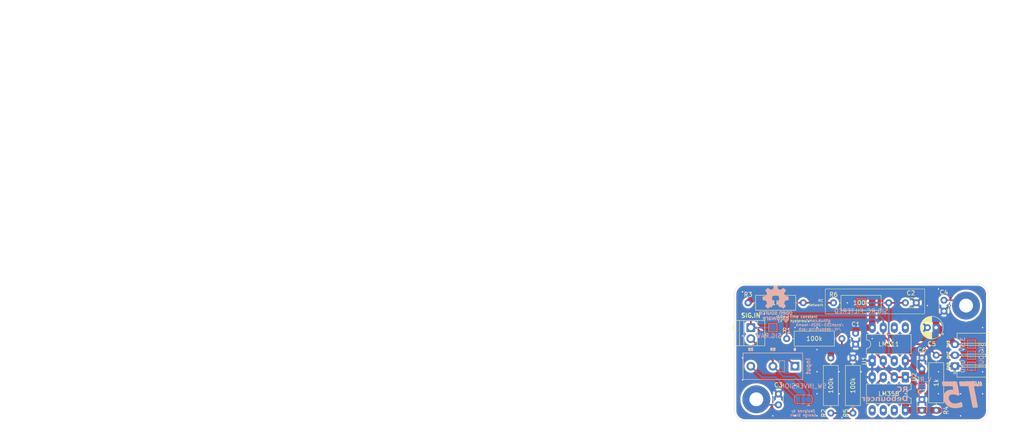
<source format=kicad_pcb>
(kicad_pcb (version 20241229) (generator "pcbnew") (generator_version "9.0")
  (title_block (title "RC Debouncer") (date "2025-07-04") (rev "v1.0.0") (company "Team 5") (comment 1 "George Sleen"))
  (layers (0 "F.Cu" signal) (2 "B.Cu" signal) (13 "F.Paste" user) (15 "B.Paste" user) (5 "F.SilkS" user "F.Silkscreen") (7 "B.SilkS" user "B.Silkscreen") (1 "F.Mask" user) (3 "B.Mask" user) (25 "Edge.Cuts" user))
  (net 0 "")
  (net 1 "+3.3V")
  (net 2 "GND")
  (net 3 "Net-(U1--)")
  (net 4 "Net-(C3-Pad1)")
  (net 5 "Net-(C4-Pad1)")
  (net 6 "/SIG.OUT")
  (net 7 "Net-(JP1-B)")
  (net 8 "Net-(U1-+)")
  (net 11 "Net-(J2-Pin_2)")
  (net 12 "Net-(J2-Pin_1)")
  (net 13 "Net-(U2A-+)")
  (footprint "Capacitor_THT:C_Disc_D3.0mm_W2.0mm_P2.50mm" (layer "F.Cu") (at 222.25 95.29 -90)
    (property "Reference" "C1" (at -2.072 0 180) (layer "F.SilkS"))
    (property "Value" "100nF")
    (pad "1" thru_hole circle (at 0 0 270) (size 1.6 1.6) (drill 0.8) (layers "*.Cu" "*.Mask") (net 1 "+3.3V"))
    (pad "2" thru_hole circle (at 2.5 0 270) (size 1.6 1.6) (drill 0.8) (layers "*.Cu" "*.Mask") (net 2 "GND"))
  )
  (footprint "Resistor_THT:R_Axial_DIN0309_L9.0mm_D3.2mm_P12.70mm_Horizontal" (layer "F.Cu") (at 217.15 88.265)
    (property "Reference" "R6" (at 0 -1.905 0) (layer "F.SilkS"))
    (property "Value" "100k" (at 6.35 0 0) (layer "F.SilkS"))
    (pad "1" thru_hole circle (at 0 0) (size 1.6 1.6) (drill 0.8) (layers "*.Cu" "*.Mask") (net 12 "Net-(J2-Pin_1)"))
    (pad "2" thru_hole circle (at 12.7 0) (size 1.6 1.6) (drill 0.8) (layers "*.Cu" "*.Mask") (net 3 "Net-(U1--)"))
  )
  (footprint "Capacitor_THT:C_Disc_D3.0mm_W2.0mm_P2.50mm" (layer "F.Cu") (at 233.7 88.265)
    (property "Reference" "C2" (at 1.25 -2.25 0) (layer "F.SilkS"))
    (property "Value" "100nF")
    (pad "1" thru_hole circle (at 0 0) (size 1.6 1.6) (drill 0.8) (layers "*.Cu" "*.Mask") (net 3 "Net-(U1--)"))
    (pad "2" thru_hole circle (at 2.5 0) (size 1.6 1.6) (drill 0.8) (layers "*.Cu" "*.Mask") (net 2 "GND"))
  )
  (footprint "MountingHole:MountingHole_3.2mm_M3_Pad" (layer "F.Cu") (at 247.65 88.9)
    (property "Reference" "H2" (hide yes))
    (property "Value" "M3_PTH")
    (pad "1" thru_hole circle (at 0 0) (size 6.4 6.4) (drill 3.2) (layers "*.Cu" "*.Mask") (net 5 "Net-(C4-Pad1)"))
  )
  (footprint "Capacitor_THT:C_Disc_D3.0mm_W2.0mm_P2.50mm" (layer "F.Cu") (at 237.49 113.03 90)
    (property "Reference" "C7" (at 4.191 0 180) (layer "F.SilkS"))
    (property "Value" "100nF")
    (pad "1" thru_hole circle (at 0 0 90) (size 1.6 1.6) (drill 0.8) (layers "*.Cu" "*.Mask") (net 1 "+3.3V"))
    (pad "2" thru_hole circle (at 2.5 0 90) (size 1.6 1.6) (drill 0.8) (layers "*.Cu" "*.Mask") (net 2 "GND"))
  )
  (footprint "Package_DIP:DIP-8_W7.62mm_LongPads" (layer "F.Cu") (at 226.06 101.6 90)
    (property "Reference" "U1" (at 0 -1.778 270) (layer "F.SilkS"))
    (property "Value" "LM311" (at 3.81 3.81 180) (layer "F.SilkS"))
    (pad "1" thru_hole roundrect (at 0 0 90) (size 2.4 1.6) (drill 0.8) (layers "*.Cu" "*.Mask") (roundrect_rratio 0.15625) (net 2 "GND"))
    (pad "2" thru_hole oval (at 0 2.54 90) (size 2.4 1.6) (drill 0.8) (layers "*.Cu" "*.Mask") (net 8 "Net-(U1-+)"))
    (pad "3" thru_hole oval (at 0 5.08 90) (size 2.4 1.6) (drill 0.8) (layers "*.Cu" "*.Mask") (net 3 "Net-(U1--)"))
    (pad "4" thru_hole oval (at 0 7.62 90) (size 2.4 1.6) (drill 0.8) (layers "*.Cu" "*.Mask") (net 2 "GND"))
    (pad "5" thru_hole oval (at 7.62 7.62 90) (size 2.4 1.6) (drill 0.8) (layers "*.Cu" "*.Mask"))
    (pad "6" thru_hole oval (at 7.62 5.08 90) (size 2.4 1.6) (drill 0.8) (layers "*.Cu" "*.Mask"))
    (pad "7" thru_hole oval (at 7.62 2.54 90) (size 2.4 1.6) (drill 0.8) (layers "*.Cu" "*.Mask") (net 6 "/SIG.OUT"))
    (pad "8" thru_hole oval (at 7.62 0 90) (size 2.4 1.6) (drill 0.8) (layers "*.Cu" "*.Mask") (net 1 "+3.3V"))
  )
  (footprint "Capacitor_THT:C_Disc_D3.0mm_W2.0mm_P2.50mm" (layer "F.Cu") (at 204.47 111.76 90)
    (property "Reference" "C3" (at 4.572 0 180) (layer "F.SilkS"))
    (property "Value" "100nF")
    (pad "1" thru_hole circle (at 0 0 90) (size 1.6 1.6) (drill 0.8) (layers "*.Cu" "*.Mask") (net 4 "Net-(C3-Pad1)"))
    (pad "2" thru_hole circle (at 2.5 0 90) (size 1.6 1.6) (drill 0.8) (layers "*.Cu" "*.Mask") (net 2 "GND"))
  )
  (footprint "Resistor_THT:R_Axial_DIN0309_L9.0mm_D3.2mm_P12.70mm_Horizontal" (layer "F.Cu") (at 221.615 100.965 -90)
    (property "Reference" "R5" (at 12.7 1.651 90) (layer "F.SilkS"))
    (property "Value" "100k" (at 6.35 0 90) (layer "F.SilkS"))
    (pad "1" thru_hole circle (at 0 0 270) (size 1.6 1.6) (drill 0.8) (layers "*.Cu" "*.Mask") (net 2 "GND"))
    (pad "2" thru_hole circle (at 12.7 0 270) (size 1.6 1.6) (drill 0.8) (layers "*.Cu" "*.Mask") (net 13 "Net-(U2A-+)"))
  )
  (footprint "Capacitor_THT:C_Disc_D3.0mm_W2.0mm_P2.50mm" (layer "F.Cu") (at 242.57 87.67 -90)
    (property "Reference" "C4" (at -1.818 0 180) (layer "F.SilkS"))
    (property "Value" "100nF")
    (pad "1" thru_hole circle (at 0 0 270) (size 1.6 1.6) (drill 0.8) (layers "*.Cu" "*.Mask") (net 5 "Net-(C4-Pad1)"))
    (pad "2" thru_hole circle (at 2.5 0 270) (size 1.6 1.6) (drill 0.8) (layers "*.Cu" "*.Mask") (net 2 "GND"))
  )
  (footprint "Resistor_THT:R_Axial_DIN0309_L9.0mm_D3.2mm_P12.70mm_Horizontal" (layer "F.Cu") (at 197.485 88.265)
    (property "Reference" "R3" (at 0 -1.905 0) (layer "F.SilkS"))
    (property "Value" "1k" (at 6.35 0 0) (layer "F.SilkS"))
    (pad "1" thru_hole circle (at 0 0) (size 1.6 1.6) (drill 0.8) (layers "*.Cu" "*.Mask") (net 1 "+3.3V"))
    (pad "2" thru_hole circle (at 12.7 0) (size 1.6 1.6) (drill 0.8) (layers "*.Cu" "*.Mask") (net 12 "Net-(J2-Pin_1)"))
  )
  (footprint "Package_DIP:DIP-8_W7.62mm_LongPads" (layer "F.Cu") (at 233.68 105.41 -90)
    (property "Reference" "U2" (at 0 -2.032 90) (layer "F.SilkS"))
    (property "Value" "LM358" (at 3.81 3.81 180) (layer "F.SilkS"))
    (pad "1" thru_hole roundrect (at 0 0 270) (size 2.4 1.6) (drill 0.8) (layers "*.Cu" "*.Mask") (roundrect_rratio 0.15625) (net 8 "Net-(U1-+)"))
    (pad "2" thru_hole oval (at 0 2.54 270) (size 2.4 1.6) (drill 0.8) (layers "*.Cu" "*.Mask") (net 8 "Net-(U1-+)"))
    (pad "3" thru_hole oval (at 0 5.08 270) (size 2.4 1.6) (drill 0.8) (layers "*.Cu" "*.Mask") (net 13 "Net-(U2A-+)"))
    (pad "4" thru_hole oval (at 0 7.62 270) (size 2.4 1.6) (drill 0.8) (layers "*.Cu" "*.Mask") (net 2 "GND"))
    (pad "5" thru_hole oval (at 7.62 7.62 270) (size 2.4 1.6) (drill 0.8) (layers "*.Cu" "*.Mask"))
    (pad "6" thru_hole oval (at 7.62 5.08 270) (size 2.4 1.6) (drill 0.8) (layers "*.Cu" "*.Mask"))
    (pad "7" thru_hole oval (at 7.62 2.54 270) (size 2.4 1.6) (drill 0.8) (layers "*.Cu" "*.Mask"))
    (pad "8" thru_hole oval (at 7.62 0 270) (size 2.4 1.6) (drill 0.8) (layers "*.Cu" "*.Mask") (net 1 "+3.3V"))
  )
  (footprint "Resistor_THT:R_Axial_DIN0309_L9.0mm_D3.2mm_P12.70mm_Horizontal" (layer "F.Cu") (at 240.792 113.03 90)
    (property "Reference" "R4" (at 0 2.286 90) (layer "F.SilkS"))
    (property "Value" "1k" (at 6.35 0 90) (layer "F.SilkS"))
    (pad "1" thru_hole circle (at 0 0 90) (size 1.6 1.6) (drill 0.8) (layers "*.Cu" "*.Mask") (net 1 "+3.3V"))
    (pad "2" thru_hole circle (at 12.7 0 90) (size 1.6 1.6) (drill 0.8) (layers "*.Cu" "*.Mask") (net 6 "/SIG.OUT"))
  )
  (footprint "Resistor_THT:R_Axial_DIN0309_L9.0mm_D3.2mm_P12.70mm_Horizontal" (layer "F.Cu") (at 216.535 113.665 90)
    (property "Reference" "R2" (at 0 -1.651 90) (layer "F.SilkS"))
    (property "Value" "100k" (at 6.35 0 90) (layer "F.SilkS"))
    (pad "1" thru_hole circle (at 0 0 90) (size 1.6 1.6) (drill 0.8) (layers "*.Cu" "*.Mask") (net 13 "Net-(U2A-+)"))
    (pad "2" thru_hole circle (at 12.7 0 90) (size 1.6 1.6) (drill 0.8) (layers "*.Cu" "*.Mask") (net 1 "+3.3V"))
  )
  (footprint "GS_Connectors:JST_XH_S3B-XH-A-1_1x03_P2.50mm_Horizontal" (layer "F.Cu") (at 245.0875 102.83 90)
    (property "Reference" "J1" (hide yes))
    (property "Value" "MCU" (at -4.104 4.091 180) (layer "F.SilkS") (effects (font (thickness 0.2) (bold yes))))
    (pad "1" thru_hole roundrect (at 0 0 90) (size 1.7 1.95) (drill 0.95) (layers "*.Cu" "*.Mask") (roundrect_rratio 0.147059) (net 2 "GND"))
    (pad "2" thru_hole oval (at 2.5 0 90) (size 1.7 1.95) (drill 0.95) (layers "*.Cu" "*.Mask") (net 6 "/SIG.OUT"))
    (pad "3" thru_hole oval (at 5 0 90) (size 1.7 1.95) (drill 0.95) (layers "*.Cu" "*.Mask") (net 1 "+3.3V"))
  )
  (footprint "MountingHole:MountingHole_3.2mm_M3_Pad" (layer "F.Cu") (at 199.39 110.49)
    (property "Reference" "H1" (hide yes))
    (property "Value" "M3_PTH")
    (pad "1" thru_hole circle (at 0 0) (size 6.4 6.4) (drill 3.2) (layers "*.Cu" "*.Mask") (net 4 "Net-(C3-Pad1)"))
  )
  (footprint "Capacitor_THT:CP_Radial_D5.0mm_P2.00mm" (layer "F.Cu") (at 240.76 93.98 180)
    (property "Reference" "C5" (at 1 -3.75 0) (layer "F.SilkS"))
    (property "Value" "10uF")
    (pad "1" thru_hole roundrect (at 0 0 180) (size 1.6 1.6) (drill 0.8) (layers "*.Cu" "*.Mask") (roundrect_rratio 0.15625) (net 1 "+3.3V"))
    (pad "2" thru_hole circle (at 2 0 180) (size 1.6 1.6) (drill 0.8) (layers "*.Cu" "*.Mask") (net 2 "GND"))
  )
  (footprint "TerminalBlock:TerminalBlock_Xinya_XY308-2.54-2P_1x02_P2.54mm_Horizontal" (layer "F.Cu") (at 198.12 93.98 -90)
    (property "Reference" "J2" (hide yes))
    (property "Value" "SIG.IN" (at -2.794 0 180) (layer "F.SilkS") (effects (font (thickness 0.2) (bold yes))))
    (pad "1" thru_hole roundrect (at 0 0 270) (size 2 2) (drill 1.2) (layers "*.Cu" "*.Mask") (roundrect_rratio 0.125) (net 12 "Net-(J2-Pin_1)"))
    (pad "2" thru_hole circle (at 2.54 0 270) (size 2 2) (drill 1.2) (layers "*.Cu" "*.Mask") (net 11 "Net-(J2-Pin_2)"))
  )
  (footprint "Resistor_THT:R_Axial_DIN0309_L9.0mm_D3.2mm_P12.70mm_Horizontal" (layer "F.Cu") (at 206.375 96.52)
    (property "Reference" "R1" (at 0 -1.905 0) (layer "F.SilkS"))
    (property "Value" "100k" (at 6.35 0 0) (layer "F.SilkS"))
    (pad "1" thru_hole circle (at 0 0) (size 1.6 1.6) (drill 0.8) (layers "*.Cu" "*.Mask") (net 6 "/SIG.OUT"))
    (pad "2" thru_hole circle (at 12.7 0) (size 1.6 1.6) (drill 0.8) (layers "*.Cu" "*.Mask") (net 8 "Net-(U1-+)"))
  )
  (footprint "Capacitor_THT:C_Disc_D3.0mm_W2.0mm_P2.50mm" (layer "F.Cu") (at 237.49 103.465 90)
    (property "Reference" "C6" (at 4.278 0 180) (layer "F.SilkS"))
    (property "Value" "100nF")
    (pad "1" thru_hole circle (at 0 0 90) (size 1.6 1.6) (drill 0.8) (layers "*.Cu" "*.Mask") (net 1 "+3.3V"))
    (pad "2" thru_hole circle (at 2.5 0 90) (size 1.6 1.6) (drill 0.8) (layers "*.Cu" "*.Mask") (net 2 "GND"))
  )
  (footprint "TestPoint:TestPoint_Pad_1.5x1.5mm" (layer "B.Cu") (at 248.92 100.33 180)
    (property "Reference" "TP6" (hide yes))
    (property "Value" "SIG.OUT" (at -2.286 0 90) (layer "B.SilkS") (effects (justify mirror)))
    (pad "1" smd rect (at 0 0 180) (size 1.5 1.5) (layers "B.Cu" "B.Mask") (net 6 "/SIG.OUT"))
  )
  (footprint "TestPoint:TestPoint_Pad_1.5x1.5mm" (layer "B.Cu") (at 203.2 93.98 180)
    (property "Reference" "TP4" (hide yes))
    (property "Value" "SIG.RAW" (at 0.95 -1.905 0) (layer "B.SilkS") (effects (justify mirror)))
    (pad "1" smd rect (at 0 0 180) (size 1.5 1.5) (layers "B.Cu" "B.Mask") (net 12 "Net-(J2-Pin_1)"))
  )
  (footprint "TestPoint:TestPoint_Pad_1.5x1.5mm" (layer "B.Cu") (at 248.92 102.87 180)
    (property "Reference" "TP2" (hide yes))
    (property "Value" "GND" (at 2.032 0 90) (layer "B.SilkS") (effects (justify mirror)))
    (pad "1" smd rect (at 0 0 180) (size 1.5 1.5) (layers "B.Cu" "B.Mask") (net 2 "GND"))
  )
  (footprint "Symbol:OSHW-Logo_7.5x8mm_SilkScreen" (layer "B.Cu") (at 203.835 88.265 180)
    (property "Reference" "REF**" (hide yes))
    (property "Value" "OSHW-Logo_7.5x8mm_SilkScreen" (hide yes))
  )
  (footprint "GS_Virtual:ENPH253_Logo" (layer "B.Cu") (at 246.38 109.22 180)
    (property "Reference" "S1" (hide yes))
    (property "Value" "Logo" (hide yes))
  )
  (footprint "Jumper:SolderJumper-3_P1.3mm_Bridged12_RoundedPad1.0x1.5mm" (layer "B.Cu") (at 210.215 110.49 180)
    (property "Reference" "JP1" (hide yes))
    (property "Value" "SW_INVERSION" (at 0 3.048 180) (layer "B.SilkS") (effects (justify mirror)))
    (fp_poly (pts (xy -0.9 0.3) (xy -0.4 0.3) (xy -0.4 -0.3) (xy -0.9 -0.3)) (fill yes) (layer "B.Cu"))
    (pad "1" smd custom (at -1.3 0 180) (size 1 0.5) (layers "B.Cu" "B.Mask") (net 11 "Net-(J2-Pin_2)") (options (clearance outline) (anchor rect)) (primitives (gr_circle (center 0 -0.25) (end 0.5 -0.25) (width 0) (fill yes)) (gr_circle (center 0 0.25) (end 0.5 0.25) (width 0) (fill yes)) (gr_poly (pts (xy 0.55 -0.75) (xy 0 -0.75) (xy 0 0.75) (xy 0.55 0.75)) (width 0) (fill yes))))
    (pad "2" smd rect (at 0 0 180) (size 1 1.5) (layers "B.Cu" "B.Mask") (net 2 "GND"))
    (pad "3" smd custom (at 1.3 0 180) (size 1 0.5) (layers "B.Cu" "B.Mask") (net 7 "Net-(JP1-B)") (options (clearance outline) (anchor rect)) (primitives (gr_circle (center 0 -0.25) (end 0.5 -0.25) (width 0) (fill yes)) (gr_circle (center 0 0.25) (end 0.5 0.25) (width 0) (fill yes)) (gr_poly (pts (xy 0 -0.75) (xy -0.55 -0.75) (xy -0.55 0.75) (xy 0 0.75)) (width 0) (fill yes))))
  )
  (footprint "TestPoint:TestPoint_Pad_1.5x1.5mm" (layer "B.Cu") (at 237.49 107.95 180)
    (property "Reference" "TP5" (hide yes))
    (property "Value" "V_REF" (at 0 2.032 0) (layer "B.SilkS") (effects (justify mirror)))
    (pad "1" smd rect (at 0 0 180) (size 1.5 1.5) (layers "B.Cu" "B.Mask") (net 8 "Net-(U1-+)"))
  )
  (footprint "TestPoint:TestPoint_Pad_1.5x1.5mm" (layer "B.Cu") (at 248.92 97.79 180)
    (property "Reference" "TP1" (hide yes))
    (property "Value" "3.3V" (at 2.032 0 90) (layer "B.SilkS") (effects (justify mirror)))
    (pad "1" smd rect (at 0 0 180) (size 1.5 1.5) (layers "B.Cu" "B.Mask") (net 1 "+3.3V"))
  )
  (footprint "Button_Switch_THT:SW_XKB_DM1-16UP-1" (layer "B.Cu") (at 208.28 102.87 180)
    (property "Reference" "SW1" (hide yes))
    (property "Value" "Input" (at -3.048 0 90) (layer "B.SilkS") (effects (font (thickness 0.2) (bold yes)) (justify mirror)))
    (fp_text user "NC" (at 10.17581 3.874 0) (layer "B.SilkS") (effects (font (size 0.6 0.6)) (justify mirror)))
    (fp_text user "NO" (at 5.09581 3.874 0) (layer "B.SilkS") (effects (font (size 0.6 0.6)) (justify mirror)))
    (fp_text user "C" (at 0.01581 3.874 0) (layer "B.SilkS") (effects (font (size 0.6 0.6)) (justify mirror)))
    (pad "1" thru_hole rect (at 0 0 180) (size 2 2) (drill 1.1) (layers "*.Cu" "*.Mask") (net 12 "Net-(J2-Pin_1)"))
    (pad "2" thru_hole circle (at 5.08 0 180) (size 2 2) (drill 1.1) (layers "*.Cu" "*.Mask") (net 11 "Net-(J2-Pin_2)"))
    (pad "3" thru_hole circle (at 10.16 0 180) (size 2 2) (drill 1.1) (layers "*.Cu" "*.Mask") (net 7 "Net-(JP1-B)"))
  )
  (footprint "TestPoint:TestPoint_Pad_1.5x1.5mm" (layer "B.Cu") (at 223.52 88.265 180)
    (property "Reference" "TP3" (hide yes))
    (property "Value" "SIG.RC_FILTERED" (at 0 -1.905 0) (layer "B.SilkS") (effects (justify mirror)))
    (pad "1" smd rect (at 0 0 180) (size 1.5 1.5) (layers "B.Cu" "B.Mask") (net 3 "Net-(U1--)"))
  )
  (gr_rect (start 196.342 99.822) (end 210.058 105.918) (stroke (width 0.1)) (fill no) (layer "F.SilkS"))
  (gr_arc (start 252.73 113.07) (mid 251.997767 114.837767) (end 250.23 115.57) (stroke (width 0.05)) (layer "Edge.Cuts"))
  (gr_arc (start 250.23 83.82) (mid 251.997767 84.552233) (end 252.73 86.32) (stroke (width 0.05)) (layer "Edge.Cuts"))
  (gr_arc (start 196.81 115.57) (mid 195.042233 114.837767) (end 194.31 113.07) (stroke (width 0.05)) (layer "Edge.Cuts"))
  (gr_arc (start 194.31 86.32) (mid 195.042233 84.552233) (end 196.81 83.82) (stroke (width 0.05)) (layer "Edge.Cuts"))
  (gr_line (start 250.23 115.57) (end 196.81 115.57) (stroke (width 0.05)) (layer "Edge.Cuts"))
  (gr_line (start 252.73 86.32) (end 252.73 113.07) (stroke (width 0.05)) (layer "Edge.Cuts"))
  (gr_line (start 194.31 113.07) (end 194.31 86.32) (stroke (width 0.05)) (layer "Edge.Cuts"))
  (gr_line (start 196.81 83.82) (end 250.23 83.82) (stroke (width 0.05)) (layer "Edge.Cuts"))
  (gr_text "NC" (at 198.12 98.9838 -0) (layer "F.SilkS") (effects (font (size 0.6 0.6))))
  (gr_text "C" (at 208.28 98.9838 -0) (layer "F.SilkS") (effects (font (size 0.6 0.6))))
  (gr_text "OUT" (at 243.586 100.33 90) (layer "F.SilkS") (effects (font (size 0.6 0.6) (thickness 0.15) (bold yes))))
  (gr_text "GND" (at 243.586 102.87 90) (layer "F.SilkS") (effects (font (size 0.6 0.6) (thickness 0.15) (bold yes))))
  (gr_text "NO" (at 203.2 98.9838 -0) (layer "F.SilkS") (effects (font (size 0.6 0.6))))
  (gr_text "3V3" (at 243.586 97.79 90) (layer "F.SilkS") (effects (font (size 0.6 0.6) (thickness 0.15) (bold yes))))
  (gr_text "10ms time constant\n1V of hysteresis" (at 204.216 91.948 0) (layer "F.SilkS") (effects (font (size 0.6 0.6) (thickness 0.1)) (justify left)))
  (gr_text "RC\nNetwork" (at 214.884 88.265 0) (layer "F.SilkS") (effects (font (size 0.6 0.6) (thickness 0.1)) (justify right)))
  (gr_text "RC\nDebouncer" (at 234.315 111.125 0) (layer "B.SilkS") (effects (font (size 1.25 1.25) (thickness 0.2) (bold yes)) (justify left bottom mirror)))
  (gr_text "github.com\n/enph253-2025-team5\n/rc-debouncing-pcb" (at 213.995 93.345 0) (layer "B.SilkS") (effects (font (size 0.6 0.6) (thickness 0.12) (bold yes)) (justify mirror)))
  (gr_text "Designed by\nGeorge Sleen" (at 210.185 113.665 0) (layer "B.SilkS") (effects (font (size 0.6 0.6) (thickness 0.12) (bold yes) (italic yes)) (justify mirror)))
  (gr_text_box "" (start 215.265 85.09) (end 238.125 90.805) (margins 1.0025 1.0025 1.0025 1.0025) (layer "F.SilkS") (effects (font (size 1 1) (thickness 0.1)) (justify left top)) (border yes) (stroke (width 0.1)))
  (segment (start 233.68 113.03) (end 233.68 111.76) (width 1.5) (layer "F.Cu") (net 1))
  (segment (start 219.075 93.98) (end 226.06 93.98) (width 1.5) (layer "F.Cu") (net 1))
  (segment (start 233.68 113.03) (end 237.49 113.03) (width 1.5) (layer "F.Cu") (net 1))
  (segment (start 216.535 100.965) (end 216.535 96.52) (width 1.5) (layer "F.Cu") (net 1))
  (segment (start 240.76 93.98) (end 240.76 88.36) (width 1.5) (layer "F.Cu") (net 1))
  (segment (start 226.06 93.98) (end 226.06 85.071) (width 1.5) (layer "F.Cu") (net 1))
  (segment (start 237.471 85.071) (end 226.06 85.071) (width 1.5) (layer "F.Cu") (net 1))
  (segment (start 241.3 113.03) (end 237.49 113.03) (width 1.5) (layer "F.Cu") (net 1))
  (segment (start 200.679 85.071) (end 197.485 88.265) (width 1.5) (layer "F.Cu") (net 1))
  (segment (start 222.25 93.98) (end 222.25 95.29) (width 1.5) (layer "F.Cu") (net 1))
  (segment (start 233.68 111.76) (end 237.49 107.95) (width 1.5) (layer "F.Cu") (net 1))
  (segment (start 226.06 85.071) (end 200.679 85.071) (width 1.5) (layer "F.Cu") (net 1))
  (segment (start 216.535 96.52) (end 219.075 93.98) (width 1.5) (layer "F.Cu") (net 1))
  (segment (start 240.76 88.36) (end 237.471 85.071) (width 1.5) (layer "F.Cu") (net 1))
  (segment (start 240.76 93.98) (end 241.2375 93.98) (width 1.5) (layer "F.Cu") (net 1))
  (segment (start 237.49 107.95) (end 237.49 103.465) (width 1.5) (layer "F.Cu") (net 1))
  (segment (start 241.2375 93.98) (end 245.0875 97.83) (width 1.5) (layer "F.Cu") (net 1))
  (segment (start 240.76 93.98) (end 240.76 95.155) (width 1.5) (layer "B.Cu") (net 1))
  (segment (start 235.712 101.687) (end 237.49 103.465) (width 1.5) (layer "B.Cu") (net 1))
  (segment (start 235.712 100.203) (end 235.712 101.687) (width 1.5) (layer "B.Cu") (net 1))
  (segment (start 240.76 95.155) (end 235.712 100.203) (width 1.5) (layer "B.Cu") (net 1))
  (segment (start 248.92 97.79) (end 245.1275 97.79) (width 0.4) (layer "B.Cu") (net 1))
  (via (at 208.28 114.3) (size 0.6) (drill 0.3) (layers "F.Cu" "B.Cu") (net 2))
  (via (at 246.38 109.22) (size 0.6) (drill 0.3) (layers "F.Cu" "B.Cu") (net 2))
  (via (at 226.06 96.52) (size 0.6) (drill 0.3) (layers "F.Cu" "B.Cu") (net 2))
  (via (at 233.68 109.22) (size 0.6) (drill 0.3) (layers "F.Cu" "B.Cu") (net 2))
  (via (at 196.215 106.045) (size 0.6) (drill 0.3) (layers "F.Cu" "B.Cu") (net 2))
  (via (at 213.36 109.22) (size 0.6) (drill 0.3) (layers "F.Cu" "B.Cu") (net 2))
  (via (at 208.28 107.315) (size 0.6) (drill 0.3) (layers "F.Cu" "B.Cu") (net 2))
  (via (at 251.46 109.22) (size 0.6) (drill 0.3) (layers "F.Cu" "B.Cu") (net 2))
  (via (at 196.215 95.885) (size 0.6) (drill 0.3) (layers "F.Cu" "B.Cu") (net 2))
  (via (at 213.36 114.3) (size 0.6) (drill 0.3) (layers "F.Cu" "B.Cu") (net 2))
  (via (at 251.46 104.14) (size 0.6) (drill 0.3) (layers "F.Cu" "B.Cu") (net 2))
  (via (at 238.76 88.9) (size 0.6) (drill 0.3) (layers "F.Cu" "B.Cu") (net 2))
  (via (at 223.52 104.14) (size 0.6) (drill 0.3) (layers "F.Cu" "B.Cu") (net 2))
  (via (at 213.36 104.14) (size 0.6) (drill 0.3) (layers "F.Cu" "B.Cu") (net 2))
  (via (at 196.215 85.725) (size 0.6) (drill 0.3) (layers "F.Cu" "B.Cu") (net 2))
  (via (at 228.6 109.22) (size 0.6) (drill 0.3) (layers "F.Cu" "B.Cu") (net 2))
  (via (at 243.84 88.9) (size 0.6) (drill 0.3) (layers "F.Cu" "B.Cu") (net 2))
  (via (at 241.3 109.22) (size 0.6) (drill 0.3) (layers "F.Cu" "B.Cu") (net 2))
  (via (at 218.44 104.14) (size 0.6) (drill 0.3) (layers "F.Cu" "B.Cu") (net 2))
  (via (at 201.295 90.805) (size 0.6) (drill 0.3) (layers "F.Cu" "B.Cu") (net 2))
  (via (at 241.3 85.09) (size 0.6) (drill 0.3) (layers "F.Cu" "B.Cu") (net 2))
  (via (at 219.075 114.681) (size 0.6) (drill 0.3) (layers "F.Cu" "B.Cu") (net 2))
  (via (at 220.345 88.265) (size 0.6) (drill 0.3) (layers "F.Cu" "B.Cu") (net 2))
  (via (at 246.38 114.3) (size 0.6) (drill 0.3) (layers "F.Cu" "B.Cu") (net 2))
  (via (at 196.215 90.805) (size 0.6) (drill 0.3) (layers "F.Cu" "B.Cu") (net 2))
  (via (at 218.44 109.22) (size 0.6) (drill 0.3) (layers "F.Cu" "B.Cu") (net 2))
  (via (at 196.215 100.965) (size 0.6) (drill 0.3) (layers "F.Cu" "B.Cu") (net 2))
  (via (at 203.2 114.3) (size 0.6) (drill 0.3) (layers "F.Cu" "B.Cu") (net 2))
  (via (at 208.28 93.98) (size 0.6) (drill 0.3) (layers "F.Cu" "B.Cu") (net 2))
  (via (at 213.36 99.06) (size 0.6) (drill 0.3) (layers "F.Cu" "B.Cu") (net 2))
  (via (at 213.36 93.98) (size 0.6) (drill 0.3) (layers "F.Cu" "B.Cu") (net 2))
  (via (at 208.28 99.06) (size 0.6) (drill 0.3) (layers "F.Cu" "B.Cu") (net 2))
  (via (at 251.46 99.06) (size 0.6) (drill 0.3) (layers "F.Cu" "B.Cu") (net 2))
  (via (at 220.98 96.52) (size 0.6) (drill 0.3) (layers "F.Cu" "B.Cu") (net 2))
  (via (at 247.015 99.06) (size 0.6) (drill 0.3) (layers "F.Cu" "B.Cu") (net 2))
  (via (at 241.3 104.14) (size 0.6) (drill 0.3) (layers "F.Cu" "B.Cu") (net 2))
  (via (at 251.46 93.98) (size 0.6) (drill 0.3) (layers "F.Cu" "B.Cu") (net 2))
  (segment (start 245.0875 102.83) (end 248.88 102.83) (width 0.4) (layer "B.Cu") (net 2))
  (segment (start 229.85 88.265) (end 233.7 88.265) (width 0.4) (layer "F.Cu") (net 3))
  (segment (start 229.85 100.31) (end 231.14 101.6) (width 0.4) (layer "B.Cu") (net 3))
  (segment (start 229.85 88.265) (end 229.85 100.31) (width 0.4) (layer "B.Cu") (net 3))
  (segment (start 229.85 88.265) (end 223.52 88.265) (width 0.4) (layer "B.Cu") (net 3))
  (segment (start 204.47 111.76) (end 200.66 111.76) (width 0.4) (layer "B.Cu") (net 4))
  (segment (start 246.42 87.67) (end 242.57 87.67) (width 0.4) (layer "B.Cu") (net 5))
  (segment (start 228.6 93.98) (end 228.6 95.789883) (width 0.4) (layer "F.Cu") (net 6))
  (segment (start 230.600117 97.79) (end 238.252 97.79) (width 0.4) (layer "F.Cu") (net 6))
  (segment (start 240.792 100.33) (end 245.0875 100.33) (width 0.4) (layer "F.Cu") (net 6))
  (segment (start 228.6 95.789883) (end 230.600117 97.79) (width 0.4) (layer "F.Cu") (net 6))
  (segment (start 238.252 97.79) (end 240.792 100.33) (width 0.4) (layer "F.Cu") (net 6))
  (segment (start 228.6 93.98) (end 228.6 92.075) (width 0.4) (layer "B.Cu") (net 6))
  (segment (start 206.375 92.053757) (end 206.375 96.52) (width 0.4) (layer "B.Cu") (net 6))
  (segment (start 228.6 92.075) (end 227.711 91.186) (width 0.4) (layer "B.Cu") (net 6))
  (segment (start 207.242757 91.186) (end 206.375 92.053757) (width 0.4) (layer "B.Cu") (net 6))
  (segment (start 248.92 100.33) (end 245.0875 100.33) (width 0.4) (layer "B.Cu") (net 6))
  (segment (start 227.711 91.186) (end 207.242757 91.186) (width 0.4) (layer "B.Cu") (net 6))
  (segment (start 203.835 105.41) (end 208.915 110.49) (width 0.4) (layer "B.Cu") (net 7))
  (segment (start 200.66 105.41) (end 203.835 105.41) (width 0.4) (layer "B.Cu") (net 7))
  (segment (start 198.12 102.87) (end 200.66 105.41) (width 0.4) (layer "B.Cu") (net 7))
  (segment (start 233.68 105.41) (end 231.14 105.41) (width 0.4) (layer "F.Cu") (net 8))
  (segment (start 228.6 102.87) (end 228.6 101.6) (width 0.4) (layer "F.Cu") (net 8))
  (segment (start 219.075 98.425) (end 219.964 99.314) (width 0.4) (layer "F.Cu") (net 8))
  (segment (start 219.075 96.52) (end 219.075 98.425) (width 0.4) (layer "F.Cu") (net 8))
  (segment (start 219.964 99.314) (end 226.314 99.314) (width 0.4) (layer "F.Cu") (net 8))
  (segment (start 231.14 105.41) (end 228.6 102.87) (width 0.4) (layer "F.Cu") (net 8))
  (segment (start 226.314 99.314) (end 228.6 101.6) (width 0.4) (layer "F.Cu") (net 8))
  (segment (start 234.95 105.41) (end 237.49 107.95) (width 0.4) (layer "B.Cu") (net 8))
  (segment (start 233.68 105.41) (end 234.95 105.41) (width 0.4) (layer "B.Cu") (net 8))
  (segment (start 203.2 101.6) (end 203.2 102.87) (width 0.4) (layer "F.Cu") (net 11))
  (segment (start 198.12 96.52) (end 203.2 101.6) (width 0.4) (layer "F.Cu") (net 11))
  (segment (start 211.515 108.645) (end 211.515 110.49) (width 0.4) (layer "B.Cu") (net 11))
  (segment (start 205.609 105.279) (end 208.149 105.279) (width 0.4) (layer "B.Cu") (net 11))
  (segment (start 203.2 102.87) (end 205.609 105.279) (width 0.4) (layer "B.Cu") (net 11))
  (segment (start 208.149 105.279) (end 211.515 108.645) (width 0.4) (layer "B.Cu") (net 11))
  (segment (start 201.295 88.265) (end 198.12 91.44) (width 0.4) (layer "F.Cu") (net 12))
  (segment (start 208.28 102.87) (end 199.39 93.98) (width 0.4) (layer "F.Cu") (net 12))
  (segment (start 199.39 93.98) (end 198.12 93.98) (width 0.4) (layer "F.Cu") (net 12))
  (segment (start 210.185 88.265) (end 201.295 88.265) (width 0.4) (layer "F.Cu") (net 12))
  (segment (start 198.12 91.44) (end 198.12 93.98) (width 0.4) (layer "F.Cu") (net 12))
  (segment (start 210.185 88.265) (end 217.15 88.265) (width 0.4) (layer "F.Cu") (net 12))
  (segment (start 198.12 93.98) (end 203.2 93.98) (width 0.4) (layer "B.Cu") (net 12))
  (segment (start 216.535 113.665) (end 221.615 113.665) (width 0.4) (layer "F.Cu") (net 13))
  (segment (start 228.6 105.41) (end 221.615 112.395) (width 0.4) (layer "F.Cu") (net 13))
  (segment (start 221.615 112.395) (end 221.615 113.665) (width 0.4) (layer "F.Cu") (net 13))
  (zone (net 2) (net_name "GND") (layers "F.Cu" "B.Cu") (connect_pads (clearance 0.5)) (min_thickness 0.25) (fill yes (thermal_gap 0.5) (thermal_bridge_width 0.5) (island_removal_mode 1) (island_area_min 10))
    (polygon (pts (xy 253.365 83.185) (xy 253.365 116.205) (xy 193.04 116.205) (xy 193.04 83.185)))
  )
)
</source>
